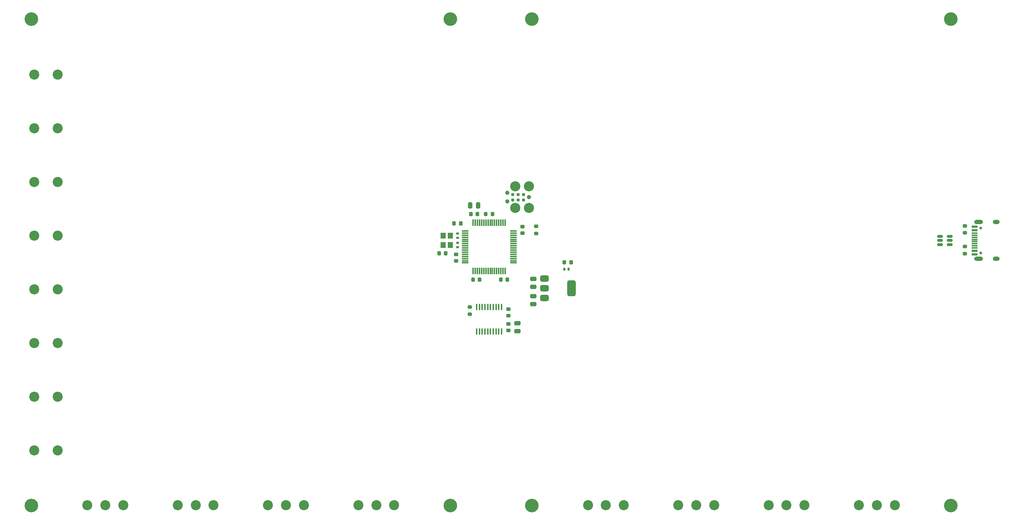
<source format=gbr>
%TF.GenerationSoftware,KiCad,Pcbnew,9.0.1*%
%TF.CreationDate,2025-06-20T14:08:42-04:00*%
%TF.ProjectId,LED-DriverPCB,4c45442d-4472-4697-9665-725043422e6b,rev?*%
%TF.SameCoordinates,Original*%
%TF.FileFunction,Soldermask,Top*%
%TF.FilePolarity,Negative*%
%FSLAX46Y46*%
G04 Gerber Fmt 4.6, Leading zero omitted, Abs format (unit mm)*
G04 Created by KiCad (PCBNEW 9.0.1) date 2025-06-20 14:08:42*
%MOMM*%
%LPD*%
G01*
G04 APERTURE LIST*
G04 Aperture macros list*
%AMRoundRect*
0 Rectangle with rounded corners*
0 $1 Rounding radius*
0 $2 $3 $4 $5 $6 $7 $8 $9 X,Y pos of 4 corners*
0 Add a 4 corners polygon primitive as box body*
4,1,4,$2,$3,$4,$5,$6,$7,$8,$9,$2,$3,0*
0 Add four circle primitives for the rounded corners*
1,1,$1+$1,$2,$3*
1,1,$1+$1,$4,$5*
1,1,$1+$1,$6,$7*
1,1,$1+$1,$8,$9*
0 Add four rect primitives between the rounded corners*
20,1,$1+$1,$2,$3,$4,$5,0*
20,1,$1+$1,$4,$5,$6,$7,0*
20,1,$1+$1,$6,$7,$8,$9,0*
20,1,$1+$1,$8,$9,$2,$3,0*%
G04 Aperture macros list end*
%ADD10RoundRect,0.135000X-0.135000X-0.185000X0.135000X-0.185000X0.135000X0.185000X-0.135000X0.185000X0*%
%ADD11RoundRect,0.218750X-0.218750X-0.256250X0.218750X-0.256250X0.218750X0.256250X-0.218750X0.256250X0*%
%ADD12C,2.362200*%
%ADD13RoundRect,0.140000X0.170000X-0.140000X0.170000X0.140000X-0.170000X0.140000X-0.170000X-0.140000X0*%
%ADD14RoundRect,0.200000X0.275000X-0.200000X0.275000X0.200000X-0.275000X0.200000X-0.275000X-0.200000X0*%
%ADD15C,3.200000*%
%ADD16RoundRect,0.225000X0.225000X0.250000X-0.225000X0.250000X-0.225000X-0.250000X0.225000X-0.250000X0*%
%ADD17RoundRect,0.250000X-0.250000X-0.475000X0.250000X-0.475000X0.250000X0.475000X-0.250000X0.475000X0*%
%ADD18RoundRect,0.250000X0.475000X-0.250000X0.475000X0.250000X-0.475000X0.250000X-0.475000X-0.250000X0*%
%ADD19RoundRect,0.075000X-0.700000X-0.075000X0.700000X-0.075000X0.700000X0.075000X-0.700000X0.075000X0*%
%ADD20RoundRect,0.075000X-0.075000X-0.700000X0.075000X-0.700000X0.075000X0.700000X-0.075000X0.700000X0*%
%ADD21RoundRect,0.375000X-0.625000X-0.375000X0.625000X-0.375000X0.625000X0.375000X-0.625000X0.375000X0*%
%ADD22RoundRect,0.500000X-0.500000X-1.400000X0.500000X-1.400000X0.500000X1.400000X-0.500000X1.400000X0*%
%ADD23C,2.374900*%
%ADD24C,0.990600*%
%ADD25C,0.787400*%
%ADD26C,0.650000*%
%ADD27R,1.450000X0.600000*%
%ADD28R,1.450000X0.300000*%
%ADD29O,2.100000X1.000000*%
%ADD30O,1.600000X1.000000*%
%ADD31RoundRect,0.225000X-0.250000X0.225000X-0.250000X-0.225000X0.250000X-0.225000X0.250000X0.225000X0*%
%ADD32RoundRect,0.200000X-0.275000X0.200000X-0.275000X-0.200000X0.275000X-0.200000X0.275000X0.200000X0*%
%ADD33RoundRect,0.225000X-0.225000X-0.250000X0.225000X-0.250000X0.225000X0.250000X-0.225000X0.250000X0*%
%ADD34RoundRect,0.225000X0.250000X-0.225000X0.250000X0.225000X-0.250000X0.225000X-0.250000X-0.225000X0*%
%ADD35RoundRect,0.250000X-0.475000X0.250000X-0.475000X-0.250000X0.475000X-0.250000X0.475000X0.250000X0*%
%ADD36R,1.200000X1.400000*%
%ADD37RoundRect,0.200000X0.200000X0.275000X-0.200000X0.275000X-0.200000X-0.275000X0.200000X-0.275000X0*%
%ADD38RoundRect,0.140000X-0.170000X0.140000X-0.170000X-0.140000X0.170000X-0.140000X0.170000X0.140000X0*%
%ADD39RoundRect,0.100000X-0.100000X0.637500X-0.100000X-0.637500X0.100000X-0.637500X0.100000X0.637500X0*%
%ADD40RoundRect,0.150000X-0.512500X-0.150000X0.512500X-0.150000X0.512500X0.150000X-0.512500X0.150000X0*%
G04 APERTURE END LIST*
D10*
%TO.C,R6*%
X245669000Y-144709000D03*
X246689000Y-144709000D03*
%TD*%
D11*
%TO.C,D1*%
X245691500Y-143109000D03*
X247266500Y-143109000D03*
%TD*%
D12*
%TO.C,J16*%
X121250000Y-149459100D03*
X126749999Y-149459100D03*
%TD*%
%TO.C,J3*%
X280856599Y-200140900D03*
X276656600Y-200140900D03*
X272456601Y-200140900D03*
%TD*%
D13*
%TO.C,C1*%
X220579000Y-137341000D03*
X220579000Y-136381000D03*
%TD*%
D14*
%TO.C,R4*%
X223504000Y-155278500D03*
X223504000Y-153628500D03*
%TD*%
D15*
%TO.C,H5*%
X120500000Y-200300000D03*
%TD*%
D16*
%TO.C,C5*%
X221354000Y-133941000D03*
X219804000Y-133941000D03*
%TD*%
D17*
%TO.C,C9*%
X223579000Y-129741000D03*
X225479000Y-129741000D03*
%TD*%
D18*
%TO.C,C12*%
X238379000Y-148891000D03*
X238379000Y-146991000D03*
%TD*%
D19*
%TO.C,U1*%
X222354000Y-135741000D03*
X222354000Y-136241000D03*
X222354000Y-136741000D03*
X222354000Y-137241000D03*
X222354000Y-137741000D03*
X222354000Y-138241000D03*
X222354000Y-138741000D03*
X222354000Y-139241000D03*
X222354000Y-139741000D03*
X222354000Y-140241000D03*
X222354000Y-140741000D03*
X222354000Y-141241000D03*
X222354000Y-141741000D03*
X222354000Y-142241000D03*
X222354000Y-142741000D03*
X222354000Y-143241000D03*
D20*
X224279000Y-145166000D03*
X224779000Y-145166000D03*
X225279000Y-145166000D03*
X225779000Y-145166000D03*
X226279000Y-145166000D03*
X226779000Y-145166000D03*
X227279000Y-145166000D03*
X227779000Y-145166000D03*
X228279000Y-145166000D03*
X228779000Y-145166000D03*
X229279000Y-145166000D03*
X229779000Y-145166000D03*
X230279000Y-145166000D03*
X230779000Y-145166000D03*
X231279000Y-145166000D03*
X231779000Y-145166000D03*
D19*
X233704000Y-143241000D03*
X233704000Y-142741000D03*
X233704000Y-142241000D03*
X233704000Y-141741000D03*
X233704000Y-141241000D03*
X233704000Y-140741000D03*
X233704000Y-140241000D03*
X233704000Y-139741000D03*
X233704000Y-139241000D03*
X233704000Y-138741000D03*
X233704000Y-138241000D03*
X233704000Y-137741000D03*
X233704000Y-137241000D03*
X233704000Y-136741000D03*
X233704000Y-136241000D03*
X233704000Y-135741000D03*
D20*
X231779000Y-133816000D03*
X231279000Y-133816000D03*
X230779000Y-133816000D03*
X230279000Y-133816000D03*
X229779000Y-133816000D03*
X229279000Y-133816000D03*
X228779000Y-133816000D03*
X228279000Y-133816000D03*
X227779000Y-133816000D03*
X227279000Y-133816000D03*
X226779000Y-133816000D03*
X226279000Y-133816000D03*
X225779000Y-133816000D03*
X225279000Y-133816000D03*
X224779000Y-133816000D03*
X224279000Y-133816000D03*
%TD*%
D21*
%TO.C,U3*%
X241029000Y-146891000D03*
X241029000Y-149191000D03*
D22*
X247329000Y-149191000D03*
D21*
X241029000Y-151491000D03*
%TD*%
D23*
%TO.C,J20*%
X237379000Y-130341000D03*
D24*
X237379000Y-127801000D03*
D23*
X237379000Y-125261000D03*
X234204000Y-130341000D03*
X234204000Y-125261000D03*
D24*
X232299000Y-128817000D03*
X232299000Y-126785000D03*
D25*
X236109000Y-127166000D03*
X236109000Y-128436000D03*
X234839000Y-127166000D03*
X234839000Y-128436000D03*
X233569000Y-127166000D03*
X233569000Y-128436000D03*
%TD*%
D26*
%TO.C,J9*%
X343460251Y-140881000D03*
X343460251Y-135101000D03*
D27*
X342015251Y-141241000D03*
X342015251Y-140441000D03*
D28*
X342015251Y-139241000D03*
X342015251Y-138241000D03*
X342015251Y-137741000D03*
X342015251Y-136741000D03*
D27*
X342015251Y-135541000D03*
X342015251Y-134741000D03*
X342015251Y-134741000D03*
X342015251Y-135541000D03*
D28*
X342015251Y-136241000D03*
X342015251Y-137241000D03*
X342015251Y-138741000D03*
X342015251Y-139741000D03*
D27*
X342015251Y-140441000D03*
X342015251Y-141241000D03*
D29*
X342930251Y-142311000D03*
D30*
X347110251Y-142311000D03*
D29*
X342930251Y-133671000D03*
D30*
X347110251Y-133671000D03*
%TD*%
D31*
%TO.C,C13*%
X232529000Y-154116000D03*
X232529000Y-155666000D03*
%TD*%
D15*
%TO.C,H2*%
X218925000Y-86000000D03*
%TD*%
D32*
%TO.C,R3*%
X339710251Y-134526000D03*
X339710251Y-136176000D03*
%TD*%
D12*
%TO.C,J6*%
X184518099Y-200140900D03*
X180318100Y-200140900D03*
X176118101Y-200140900D03*
%TD*%
D33*
%TO.C,C7*%
X223754000Y-131741000D03*
X225304000Y-131741000D03*
%TD*%
D15*
%TO.C,H6*%
X218925000Y-200300000D03*
%TD*%
D12*
%TO.C,J18*%
X121250000Y-174695500D03*
X126749999Y-174695500D03*
%TD*%
D31*
%TO.C,C6*%
X235829000Y-134716000D03*
X235829000Y-136266000D03*
%TD*%
D34*
%TO.C,C8*%
X220279000Y-142766000D03*
X220279000Y-141216000D03*
%TD*%
D35*
%TO.C,C11*%
X238379000Y-151041000D03*
X238379000Y-152941000D03*
%TD*%
D36*
%TO.C,X1*%
X217229000Y-136841000D03*
X217229000Y-139041000D03*
X218929000Y-139041000D03*
X218929000Y-136841000D03*
%TD*%
D12*
%TO.C,J2*%
X302067599Y-200140900D03*
X297867600Y-200140900D03*
X293667601Y-200140900D03*
%TD*%
D16*
%TO.C,C10*%
X217854000Y-141041000D03*
X216304000Y-141041000D03*
%TD*%
D37*
%TO.C,R1*%
X228854000Y-131741000D03*
X227204000Y-131741000D03*
%TD*%
D34*
%TO.C,C14*%
X232529000Y-159116000D03*
X232529000Y-157566000D03*
%TD*%
D15*
%TO.C,H8*%
X336475000Y-200300000D03*
%TD*%
D12*
%TO.C,J7*%
X163307099Y-200140900D03*
X159107100Y-200140900D03*
X154907101Y-200140900D03*
%TD*%
%TO.C,J17*%
X121250000Y-162077100D03*
X126749999Y-162077100D03*
%TD*%
%TO.C,J15*%
X121250000Y-136841100D03*
X126749999Y-136841100D03*
%TD*%
%TO.C,J8*%
X142096099Y-200140900D03*
X137896100Y-200140900D03*
X133696101Y-200140900D03*
%TD*%
D16*
%TO.C,C3*%
X232304000Y-147191000D03*
X230754000Y-147191000D03*
%TD*%
D14*
%TO.C,R2*%
X339710251Y-141051000D03*
X339710251Y-139401000D03*
%TD*%
D15*
%TO.C,H7*%
X238050000Y-200300000D03*
%TD*%
D38*
%TO.C,C2*%
X220579000Y-138561000D03*
X220579000Y-139521000D03*
%TD*%
D39*
%TO.C,U2*%
X230954000Y-153628500D03*
X230304000Y-153628500D03*
X229654000Y-153628500D03*
X229004000Y-153628500D03*
X228354000Y-153628500D03*
X227704000Y-153628500D03*
X227054000Y-153628500D03*
X226404000Y-153628500D03*
X225754000Y-153628500D03*
X225104000Y-153628500D03*
X225104000Y-159353500D03*
X225754000Y-159353500D03*
X226404000Y-159353500D03*
X227054000Y-159353500D03*
X227704000Y-159353500D03*
X228354000Y-159353500D03*
X229004000Y-159353500D03*
X229654000Y-159353500D03*
X230304000Y-159353500D03*
X230954000Y-159353500D03*
%TD*%
D40*
%TO.C,U4*%
X333922751Y-137041000D03*
X333922751Y-137991000D03*
X333922751Y-138941000D03*
X336197751Y-138941000D03*
X336197751Y-137991000D03*
X336197751Y-137041000D03*
%TD*%
D18*
%TO.C,C15*%
X234629000Y-159291000D03*
X234629000Y-157391000D03*
%TD*%
D15*
%TO.C,H1*%
X120500000Y-86000000D03*
%TD*%
D12*
%TO.C,J19*%
X121250000Y-187313500D03*
X126749999Y-187313500D03*
%TD*%
%TO.C,J4*%
X259645599Y-200140900D03*
X255445600Y-200140900D03*
X251245601Y-200140900D03*
%TD*%
%TO.C,J12*%
X121250000Y-98986500D03*
X126749999Y-98986500D03*
%TD*%
%TO.C,J13*%
X121250000Y-111604500D03*
X126749999Y-111604500D03*
%TD*%
D16*
%TO.C,C4*%
X225804000Y-147191000D03*
X224254000Y-147191000D03*
%TD*%
D15*
%TO.C,H3*%
X238050000Y-86000000D03*
%TD*%
%TO.C,H4*%
X336475000Y-86000000D03*
%TD*%
D12*
%TO.C,J14*%
X121250000Y-124223100D03*
X126749999Y-124223100D03*
%TD*%
%TO.C,J1*%
X323278599Y-200140900D03*
X319078600Y-200140900D03*
X314878601Y-200140900D03*
%TD*%
%TO.C,J5*%
X205729099Y-200140900D03*
X201529100Y-200140900D03*
X197329101Y-200140900D03*
%TD*%
D32*
%TO.C,R5*%
X239079000Y-134666000D03*
X239079000Y-136316000D03*
%TD*%
M02*

</source>
